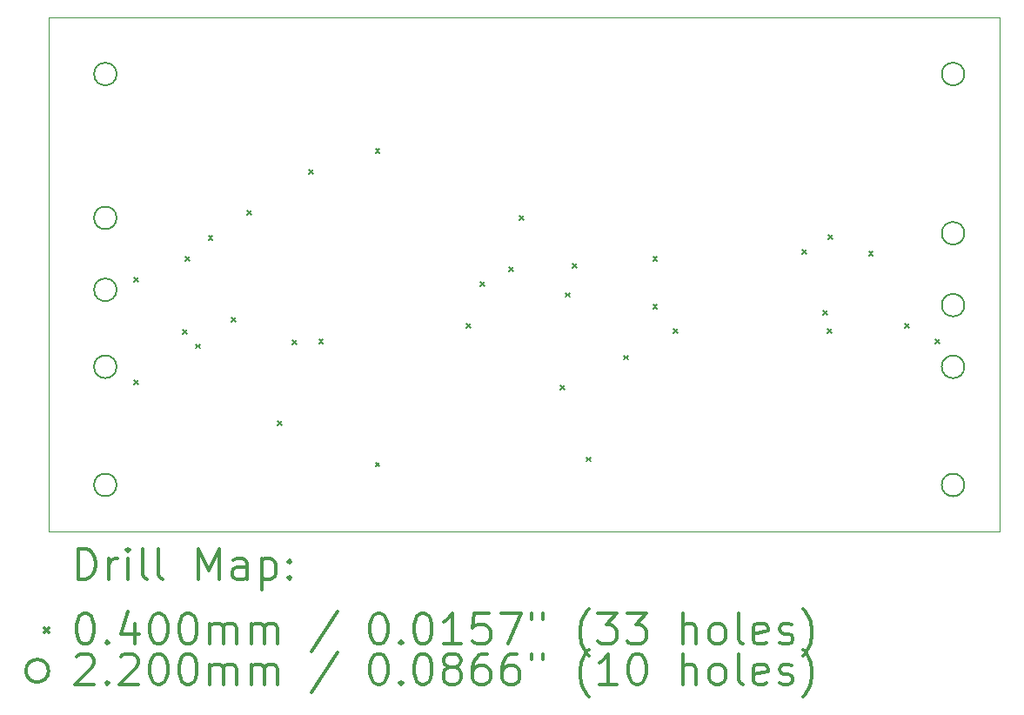
<source format=gbr>
%FSLAX45Y45*%
G04 Gerber Fmt 4.5, Leading zero omitted, Abs format (unit mm)*
G04 Created by KiCad (PCBNEW 5.1.10) date 2021-07-17 21:09:17*
%MOMM*%
%LPD*%
G01*
G04 APERTURE LIST*
%TA.AperFunction,Profile*%
%ADD10C,0.050000*%
%TD*%
%ADD11C,0.200000*%
%ADD12C,0.300000*%
G04 APERTURE END LIST*
D10*
X3500000Y-8250000D02*
X3500000Y-3250000D01*
X12750000Y-8250000D02*
X3500000Y-8250000D01*
X12750000Y-3250000D02*
X12750000Y-8250000D01*
X3500000Y-3250000D02*
X12750000Y-3250000D01*
D11*
X4330000Y-5780000D02*
X4370000Y-5820000D01*
X4370000Y-5780000D02*
X4330000Y-5820000D01*
X4330000Y-6780000D02*
X4370000Y-6820000D01*
X4370000Y-6780000D02*
X4330000Y-6820000D01*
X4802500Y-6292520D02*
X4842500Y-6332520D01*
X4842500Y-6292520D02*
X4802500Y-6332520D01*
X4830000Y-5580000D02*
X4870000Y-5620000D01*
X4870000Y-5580000D02*
X4830000Y-5620000D01*
X4930000Y-6430000D02*
X4970000Y-6470000D01*
X4970000Y-6430000D02*
X4930000Y-6470000D01*
X5055190Y-5376960D02*
X5095190Y-5416960D01*
X5095190Y-5376960D02*
X5055190Y-5416960D01*
X5276400Y-6172840D02*
X5316400Y-6212840D01*
X5316400Y-6172840D02*
X5276400Y-6212840D01*
X5430000Y-5130000D02*
X5470000Y-5170000D01*
X5470000Y-5130000D02*
X5430000Y-5170000D01*
X5730000Y-7180000D02*
X5770000Y-7220000D01*
X5770000Y-7180000D02*
X5730000Y-7220000D01*
X5869180Y-6390830D02*
X5909180Y-6430830D01*
X5909180Y-6390830D02*
X5869180Y-6430830D01*
X6030000Y-4730000D02*
X6070000Y-4770000D01*
X6070000Y-4730000D02*
X6030000Y-4770000D01*
X6130000Y-6380000D02*
X6170000Y-6420000D01*
X6170000Y-6380000D02*
X6130000Y-6420000D01*
X6680000Y-4530000D02*
X6720000Y-4570000D01*
X6720000Y-4530000D02*
X6680000Y-4570000D01*
X6680000Y-7580000D02*
X6720000Y-7620000D01*
X6720000Y-7580000D02*
X6680000Y-7620000D01*
X7567130Y-6231080D02*
X7607130Y-6271080D01*
X7607130Y-6231080D02*
X7567130Y-6271080D01*
X7699040Y-5825560D02*
X7739040Y-5865560D01*
X7739040Y-5825560D02*
X7699040Y-5865560D01*
X7980000Y-5680000D02*
X8020000Y-5720000D01*
X8020000Y-5680000D02*
X7980000Y-5720000D01*
X8080000Y-5180000D02*
X8120000Y-5220000D01*
X8120000Y-5180000D02*
X8080000Y-5220000D01*
X8480000Y-6830000D02*
X8520000Y-6870000D01*
X8520000Y-6830000D02*
X8480000Y-6870000D01*
X8530000Y-5930000D02*
X8570000Y-5970000D01*
X8570000Y-5930000D02*
X8530000Y-5970000D01*
X8598100Y-5649160D02*
X8638100Y-5689160D01*
X8638100Y-5649160D02*
X8598100Y-5689160D01*
X8730000Y-7530000D02*
X8770000Y-7570000D01*
X8770000Y-7530000D02*
X8730000Y-7570000D01*
X9095440Y-6538680D02*
X9135440Y-6578680D01*
X9135440Y-6538680D02*
X9095440Y-6578680D01*
X9380000Y-5580000D02*
X9420000Y-5620000D01*
X9420000Y-5580000D02*
X9380000Y-5620000D01*
X9380000Y-6042490D02*
X9420000Y-6082490D01*
X9420000Y-6042490D02*
X9380000Y-6082490D01*
X9580000Y-6280000D02*
X9620000Y-6320000D01*
X9620000Y-6280000D02*
X9580000Y-6320000D01*
X10829920Y-5510230D02*
X10869920Y-5550230D01*
X10869920Y-5510230D02*
X10829920Y-5550230D01*
X11037200Y-6101650D02*
X11077200Y-6141650D01*
X11077200Y-6101650D02*
X11037200Y-6141650D01*
X11080000Y-6280000D02*
X11120000Y-6320000D01*
X11120000Y-6280000D02*
X11080000Y-6320000D01*
X11086170Y-5364960D02*
X11126170Y-5404960D01*
X11126170Y-5364960D02*
X11086170Y-5404960D01*
X11480000Y-5530000D02*
X11520000Y-5570000D01*
X11520000Y-5530000D02*
X11480000Y-5570000D01*
X11830000Y-6230000D02*
X11870000Y-6270000D01*
X11870000Y-6230000D02*
X11830000Y-6270000D01*
X12130000Y-6380000D02*
X12170000Y-6420000D01*
X12170000Y-6380000D02*
X12130000Y-6420000D01*
X4160000Y-3800000D02*
G75*
G03*
X4160000Y-3800000I-110000J0D01*
G01*
X4160000Y-5200000D02*
G75*
G03*
X4160000Y-5200000I-110000J0D01*
G01*
X4160000Y-5900000D02*
G75*
G03*
X4160000Y-5900000I-110000J0D01*
G01*
X4160000Y-6650000D02*
G75*
G03*
X4160000Y-6650000I-110000J0D01*
G01*
X4160000Y-7800000D02*
G75*
G03*
X4160000Y-7800000I-110000J0D01*
G01*
X12410000Y-3800000D02*
G75*
G03*
X12410000Y-3800000I-110000J0D01*
G01*
X12410000Y-5350000D02*
G75*
G03*
X12410000Y-5350000I-110000J0D01*
G01*
X12410000Y-6050000D02*
G75*
G03*
X12410000Y-6050000I-110000J0D01*
G01*
X12410000Y-6650000D02*
G75*
G03*
X12410000Y-6650000I-110000J0D01*
G01*
X12410000Y-7800000D02*
G75*
G03*
X12410000Y-7800000I-110000J0D01*
G01*
D12*
X3783928Y-8718214D02*
X3783928Y-8418214D01*
X3855357Y-8418214D01*
X3898214Y-8432500D01*
X3926786Y-8461072D01*
X3941071Y-8489643D01*
X3955357Y-8546786D01*
X3955357Y-8589643D01*
X3941071Y-8646786D01*
X3926786Y-8675357D01*
X3898214Y-8703929D01*
X3855357Y-8718214D01*
X3783928Y-8718214D01*
X4083928Y-8718214D02*
X4083928Y-8518214D01*
X4083928Y-8575357D02*
X4098214Y-8546786D01*
X4112500Y-8532500D01*
X4141071Y-8518214D01*
X4169643Y-8518214D01*
X4269643Y-8718214D02*
X4269643Y-8518214D01*
X4269643Y-8418214D02*
X4255357Y-8432500D01*
X4269643Y-8446786D01*
X4283928Y-8432500D01*
X4269643Y-8418214D01*
X4269643Y-8446786D01*
X4455357Y-8718214D02*
X4426786Y-8703929D01*
X4412500Y-8675357D01*
X4412500Y-8418214D01*
X4612500Y-8718214D02*
X4583928Y-8703929D01*
X4569643Y-8675357D01*
X4569643Y-8418214D01*
X4955357Y-8718214D02*
X4955357Y-8418214D01*
X5055357Y-8632500D01*
X5155357Y-8418214D01*
X5155357Y-8718214D01*
X5426786Y-8718214D02*
X5426786Y-8561072D01*
X5412500Y-8532500D01*
X5383928Y-8518214D01*
X5326786Y-8518214D01*
X5298214Y-8532500D01*
X5426786Y-8703929D02*
X5398214Y-8718214D01*
X5326786Y-8718214D01*
X5298214Y-8703929D01*
X5283928Y-8675357D01*
X5283928Y-8646786D01*
X5298214Y-8618214D01*
X5326786Y-8603929D01*
X5398214Y-8603929D01*
X5426786Y-8589643D01*
X5569643Y-8518214D02*
X5569643Y-8818214D01*
X5569643Y-8532500D02*
X5598214Y-8518214D01*
X5655357Y-8518214D01*
X5683928Y-8532500D01*
X5698214Y-8546786D01*
X5712500Y-8575357D01*
X5712500Y-8661072D01*
X5698214Y-8689643D01*
X5683928Y-8703929D01*
X5655357Y-8718214D01*
X5598214Y-8718214D01*
X5569643Y-8703929D01*
X5841071Y-8689643D02*
X5855357Y-8703929D01*
X5841071Y-8718214D01*
X5826786Y-8703929D01*
X5841071Y-8689643D01*
X5841071Y-8718214D01*
X5841071Y-8532500D02*
X5855357Y-8546786D01*
X5841071Y-8561072D01*
X5826786Y-8546786D01*
X5841071Y-8532500D01*
X5841071Y-8561072D01*
X3457500Y-9192500D02*
X3497500Y-9232500D01*
X3497500Y-9192500D02*
X3457500Y-9232500D01*
X3841071Y-9048214D02*
X3869643Y-9048214D01*
X3898214Y-9062500D01*
X3912500Y-9076786D01*
X3926786Y-9105357D01*
X3941071Y-9162500D01*
X3941071Y-9233929D01*
X3926786Y-9291072D01*
X3912500Y-9319643D01*
X3898214Y-9333929D01*
X3869643Y-9348214D01*
X3841071Y-9348214D01*
X3812500Y-9333929D01*
X3798214Y-9319643D01*
X3783928Y-9291072D01*
X3769643Y-9233929D01*
X3769643Y-9162500D01*
X3783928Y-9105357D01*
X3798214Y-9076786D01*
X3812500Y-9062500D01*
X3841071Y-9048214D01*
X4069643Y-9319643D02*
X4083928Y-9333929D01*
X4069643Y-9348214D01*
X4055357Y-9333929D01*
X4069643Y-9319643D01*
X4069643Y-9348214D01*
X4341071Y-9148214D02*
X4341071Y-9348214D01*
X4269643Y-9033929D02*
X4198214Y-9248214D01*
X4383928Y-9248214D01*
X4555357Y-9048214D02*
X4583928Y-9048214D01*
X4612500Y-9062500D01*
X4626786Y-9076786D01*
X4641071Y-9105357D01*
X4655357Y-9162500D01*
X4655357Y-9233929D01*
X4641071Y-9291072D01*
X4626786Y-9319643D01*
X4612500Y-9333929D01*
X4583928Y-9348214D01*
X4555357Y-9348214D01*
X4526786Y-9333929D01*
X4512500Y-9319643D01*
X4498214Y-9291072D01*
X4483928Y-9233929D01*
X4483928Y-9162500D01*
X4498214Y-9105357D01*
X4512500Y-9076786D01*
X4526786Y-9062500D01*
X4555357Y-9048214D01*
X4841071Y-9048214D02*
X4869643Y-9048214D01*
X4898214Y-9062500D01*
X4912500Y-9076786D01*
X4926786Y-9105357D01*
X4941071Y-9162500D01*
X4941071Y-9233929D01*
X4926786Y-9291072D01*
X4912500Y-9319643D01*
X4898214Y-9333929D01*
X4869643Y-9348214D01*
X4841071Y-9348214D01*
X4812500Y-9333929D01*
X4798214Y-9319643D01*
X4783928Y-9291072D01*
X4769643Y-9233929D01*
X4769643Y-9162500D01*
X4783928Y-9105357D01*
X4798214Y-9076786D01*
X4812500Y-9062500D01*
X4841071Y-9048214D01*
X5069643Y-9348214D02*
X5069643Y-9148214D01*
X5069643Y-9176786D02*
X5083928Y-9162500D01*
X5112500Y-9148214D01*
X5155357Y-9148214D01*
X5183928Y-9162500D01*
X5198214Y-9191072D01*
X5198214Y-9348214D01*
X5198214Y-9191072D02*
X5212500Y-9162500D01*
X5241071Y-9148214D01*
X5283928Y-9148214D01*
X5312500Y-9162500D01*
X5326786Y-9191072D01*
X5326786Y-9348214D01*
X5469643Y-9348214D02*
X5469643Y-9148214D01*
X5469643Y-9176786D02*
X5483928Y-9162500D01*
X5512500Y-9148214D01*
X5555357Y-9148214D01*
X5583928Y-9162500D01*
X5598214Y-9191072D01*
X5598214Y-9348214D01*
X5598214Y-9191072D02*
X5612500Y-9162500D01*
X5641071Y-9148214D01*
X5683928Y-9148214D01*
X5712500Y-9162500D01*
X5726786Y-9191072D01*
X5726786Y-9348214D01*
X6312500Y-9033929D02*
X6055357Y-9419643D01*
X6698214Y-9048214D02*
X6726786Y-9048214D01*
X6755357Y-9062500D01*
X6769643Y-9076786D01*
X6783928Y-9105357D01*
X6798214Y-9162500D01*
X6798214Y-9233929D01*
X6783928Y-9291072D01*
X6769643Y-9319643D01*
X6755357Y-9333929D01*
X6726786Y-9348214D01*
X6698214Y-9348214D01*
X6669643Y-9333929D01*
X6655357Y-9319643D01*
X6641071Y-9291072D01*
X6626786Y-9233929D01*
X6626786Y-9162500D01*
X6641071Y-9105357D01*
X6655357Y-9076786D01*
X6669643Y-9062500D01*
X6698214Y-9048214D01*
X6926786Y-9319643D02*
X6941071Y-9333929D01*
X6926786Y-9348214D01*
X6912500Y-9333929D01*
X6926786Y-9319643D01*
X6926786Y-9348214D01*
X7126786Y-9048214D02*
X7155357Y-9048214D01*
X7183928Y-9062500D01*
X7198214Y-9076786D01*
X7212500Y-9105357D01*
X7226786Y-9162500D01*
X7226786Y-9233929D01*
X7212500Y-9291072D01*
X7198214Y-9319643D01*
X7183928Y-9333929D01*
X7155357Y-9348214D01*
X7126786Y-9348214D01*
X7098214Y-9333929D01*
X7083928Y-9319643D01*
X7069643Y-9291072D01*
X7055357Y-9233929D01*
X7055357Y-9162500D01*
X7069643Y-9105357D01*
X7083928Y-9076786D01*
X7098214Y-9062500D01*
X7126786Y-9048214D01*
X7512500Y-9348214D02*
X7341071Y-9348214D01*
X7426786Y-9348214D02*
X7426786Y-9048214D01*
X7398214Y-9091072D01*
X7369643Y-9119643D01*
X7341071Y-9133929D01*
X7783928Y-9048214D02*
X7641071Y-9048214D01*
X7626786Y-9191072D01*
X7641071Y-9176786D01*
X7669643Y-9162500D01*
X7741071Y-9162500D01*
X7769643Y-9176786D01*
X7783928Y-9191072D01*
X7798214Y-9219643D01*
X7798214Y-9291072D01*
X7783928Y-9319643D01*
X7769643Y-9333929D01*
X7741071Y-9348214D01*
X7669643Y-9348214D01*
X7641071Y-9333929D01*
X7626786Y-9319643D01*
X7898214Y-9048214D02*
X8098214Y-9048214D01*
X7969643Y-9348214D01*
X8198214Y-9048214D02*
X8198214Y-9105357D01*
X8312500Y-9048214D02*
X8312500Y-9105357D01*
X8755357Y-9462500D02*
X8741071Y-9448214D01*
X8712500Y-9405357D01*
X8698214Y-9376786D01*
X8683928Y-9333929D01*
X8669643Y-9262500D01*
X8669643Y-9205357D01*
X8683928Y-9133929D01*
X8698214Y-9091072D01*
X8712500Y-9062500D01*
X8741071Y-9019643D01*
X8755357Y-9005357D01*
X8841071Y-9048214D02*
X9026786Y-9048214D01*
X8926786Y-9162500D01*
X8969643Y-9162500D01*
X8998214Y-9176786D01*
X9012500Y-9191072D01*
X9026786Y-9219643D01*
X9026786Y-9291072D01*
X9012500Y-9319643D01*
X8998214Y-9333929D01*
X8969643Y-9348214D01*
X8883928Y-9348214D01*
X8855357Y-9333929D01*
X8841071Y-9319643D01*
X9126786Y-9048214D02*
X9312500Y-9048214D01*
X9212500Y-9162500D01*
X9255357Y-9162500D01*
X9283928Y-9176786D01*
X9298214Y-9191072D01*
X9312500Y-9219643D01*
X9312500Y-9291072D01*
X9298214Y-9319643D01*
X9283928Y-9333929D01*
X9255357Y-9348214D01*
X9169643Y-9348214D01*
X9141071Y-9333929D01*
X9126786Y-9319643D01*
X9669643Y-9348214D02*
X9669643Y-9048214D01*
X9798214Y-9348214D02*
X9798214Y-9191072D01*
X9783928Y-9162500D01*
X9755357Y-9148214D01*
X9712500Y-9148214D01*
X9683928Y-9162500D01*
X9669643Y-9176786D01*
X9983928Y-9348214D02*
X9955357Y-9333929D01*
X9941071Y-9319643D01*
X9926786Y-9291072D01*
X9926786Y-9205357D01*
X9941071Y-9176786D01*
X9955357Y-9162500D01*
X9983928Y-9148214D01*
X10026786Y-9148214D01*
X10055357Y-9162500D01*
X10069643Y-9176786D01*
X10083928Y-9205357D01*
X10083928Y-9291072D01*
X10069643Y-9319643D01*
X10055357Y-9333929D01*
X10026786Y-9348214D01*
X9983928Y-9348214D01*
X10255357Y-9348214D02*
X10226786Y-9333929D01*
X10212500Y-9305357D01*
X10212500Y-9048214D01*
X10483928Y-9333929D02*
X10455357Y-9348214D01*
X10398214Y-9348214D01*
X10369643Y-9333929D01*
X10355357Y-9305357D01*
X10355357Y-9191072D01*
X10369643Y-9162500D01*
X10398214Y-9148214D01*
X10455357Y-9148214D01*
X10483928Y-9162500D01*
X10498214Y-9191072D01*
X10498214Y-9219643D01*
X10355357Y-9248214D01*
X10612500Y-9333929D02*
X10641071Y-9348214D01*
X10698214Y-9348214D01*
X10726786Y-9333929D01*
X10741071Y-9305357D01*
X10741071Y-9291072D01*
X10726786Y-9262500D01*
X10698214Y-9248214D01*
X10655357Y-9248214D01*
X10626786Y-9233929D01*
X10612500Y-9205357D01*
X10612500Y-9191072D01*
X10626786Y-9162500D01*
X10655357Y-9148214D01*
X10698214Y-9148214D01*
X10726786Y-9162500D01*
X10841071Y-9462500D02*
X10855357Y-9448214D01*
X10883928Y-9405357D01*
X10898214Y-9376786D01*
X10912500Y-9333929D01*
X10926786Y-9262500D01*
X10926786Y-9205357D01*
X10912500Y-9133929D01*
X10898214Y-9091072D01*
X10883928Y-9062500D01*
X10855357Y-9019643D01*
X10841071Y-9005357D01*
X3497500Y-9608500D02*
G75*
G03*
X3497500Y-9608500I-110000J0D01*
G01*
X3769643Y-9472786D02*
X3783928Y-9458500D01*
X3812500Y-9444214D01*
X3883928Y-9444214D01*
X3912500Y-9458500D01*
X3926786Y-9472786D01*
X3941071Y-9501357D01*
X3941071Y-9529929D01*
X3926786Y-9572786D01*
X3755357Y-9744214D01*
X3941071Y-9744214D01*
X4069643Y-9715643D02*
X4083928Y-9729929D01*
X4069643Y-9744214D01*
X4055357Y-9729929D01*
X4069643Y-9715643D01*
X4069643Y-9744214D01*
X4198214Y-9472786D02*
X4212500Y-9458500D01*
X4241071Y-9444214D01*
X4312500Y-9444214D01*
X4341071Y-9458500D01*
X4355357Y-9472786D01*
X4369643Y-9501357D01*
X4369643Y-9529929D01*
X4355357Y-9572786D01*
X4183928Y-9744214D01*
X4369643Y-9744214D01*
X4555357Y-9444214D02*
X4583928Y-9444214D01*
X4612500Y-9458500D01*
X4626786Y-9472786D01*
X4641071Y-9501357D01*
X4655357Y-9558500D01*
X4655357Y-9629929D01*
X4641071Y-9687072D01*
X4626786Y-9715643D01*
X4612500Y-9729929D01*
X4583928Y-9744214D01*
X4555357Y-9744214D01*
X4526786Y-9729929D01*
X4512500Y-9715643D01*
X4498214Y-9687072D01*
X4483928Y-9629929D01*
X4483928Y-9558500D01*
X4498214Y-9501357D01*
X4512500Y-9472786D01*
X4526786Y-9458500D01*
X4555357Y-9444214D01*
X4841071Y-9444214D02*
X4869643Y-9444214D01*
X4898214Y-9458500D01*
X4912500Y-9472786D01*
X4926786Y-9501357D01*
X4941071Y-9558500D01*
X4941071Y-9629929D01*
X4926786Y-9687072D01*
X4912500Y-9715643D01*
X4898214Y-9729929D01*
X4869643Y-9744214D01*
X4841071Y-9744214D01*
X4812500Y-9729929D01*
X4798214Y-9715643D01*
X4783928Y-9687072D01*
X4769643Y-9629929D01*
X4769643Y-9558500D01*
X4783928Y-9501357D01*
X4798214Y-9472786D01*
X4812500Y-9458500D01*
X4841071Y-9444214D01*
X5069643Y-9744214D02*
X5069643Y-9544214D01*
X5069643Y-9572786D02*
X5083928Y-9558500D01*
X5112500Y-9544214D01*
X5155357Y-9544214D01*
X5183928Y-9558500D01*
X5198214Y-9587072D01*
X5198214Y-9744214D01*
X5198214Y-9587072D02*
X5212500Y-9558500D01*
X5241071Y-9544214D01*
X5283928Y-9544214D01*
X5312500Y-9558500D01*
X5326786Y-9587072D01*
X5326786Y-9744214D01*
X5469643Y-9744214D02*
X5469643Y-9544214D01*
X5469643Y-9572786D02*
X5483928Y-9558500D01*
X5512500Y-9544214D01*
X5555357Y-9544214D01*
X5583928Y-9558500D01*
X5598214Y-9587072D01*
X5598214Y-9744214D01*
X5598214Y-9587072D02*
X5612500Y-9558500D01*
X5641071Y-9544214D01*
X5683928Y-9544214D01*
X5712500Y-9558500D01*
X5726786Y-9587072D01*
X5726786Y-9744214D01*
X6312500Y-9429929D02*
X6055357Y-9815643D01*
X6698214Y-9444214D02*
X6726786Y-9444214D01*
X6755357Y-9458500D01*
X6769643Y-9472786D01*
X6783928Y-9501357D01*
X6798214Y-9558500D01*
X6798214Y-9629929D01*
X6783928Y-9687072D01*
X6769643Y-9715643D01*
X6755357Y-9729929D01*
X6726786Y-9744214D01*
X6698214Y-9744214D01*
X6669643Y-9729929D01*
X6655357Y-9715643D01*
X6641071Y-9687072D01*
X6626786Y-9629929D01*
X6626786Y-9558500D01*
X6641071Y-9501357D01*
X6655357Y-9472786D01*
X6669643Y-9458500D01*
X6698214Y-9444214D01*
X6926786Y-9715643D02*
X6941071Y-9729929D01*
X6926786Y-9744214D01*
X6912500Y-9729929D01*
X6926786Y-9715643D01*
X6926786Y-9744214D01*
X7126786Y-9444214D02*
X7155357Y-9444214D01*
X7183928Y-9458500D01*
X7198214Y-9472786D01*
X7212500Y-9501357D01*
X7226786Y-9558500D01*
X7226786Y-9629929D01*
X7212500Y-9687072D01*
X7198214Y-9715643D01*
X7183928Y-9729929D01*
X7155357Y-9744214D01*
X7126786Y-9744214D01*
X7098214Y-9729929D01*
X7083928Y-9715643D01*
X7069643Y-9687072D01*
X7055357Y-9629929D01*
X7055357Y-9558500D01*
X7069643Y-9501357D01*
X7083928Y-9472786D01*
X7098214Y-9458500D01*
X7126786Y-9444214D01*
X7398214Y-9572786D02*
X7369643Y-9558500D01*
X7355357Y-9544214D01*
X7341071Y-9515643D01*
X7341071Y-9501357D01*
X7355357Y-9472786D01*
X7369643Y-9458500D01*
X7398214Y-9444214D01*
X7455357Y-9444214D01*
X7483928Y-9458500D01*
X7498214Y-9472786D01*
X7512500Y-9501357D01*
X7512500Y-9515643D01*
X7498214Y-9544214D01*
X7483928Y-9558500D01*
X7455357Y-9572786D01*
X7398214Y-9572786D01*
X7369643Y-9587072D01*
X7355357Y-9601357D01*
X7341071Y-9629929D01*
X7341071Y-9687072D01*
X7355357Y-9715643D01*
X7369643Y-9729929D01*
X7398214Y-9744214D01*
X7455357Y-9744214D01*
X7483928Y-9729929D01*
X7498214Y-9715643D01*
X7512500Y-9687072D01*
X7512500Y-9629929D01*
X7498214Y-9601357D01*
X7483928Y-9587072D01*
X7455357Y-9572786D01*
X7769643Y-9444214D02*
X7712500Y-9444214D01*
X7683928Y-9458500D01*
X7669643Y-9472786D01*
X7641071Y-9515643D01*
X7626786Y-9572786D01*
X7626786Y-9687072D01*
X7641071Y-9715643D01*
X7655357Y-9729929D01*
X7683928Y-9744214D01*
X7741071Y-9744214D01*
X7769643Y-9729929D01*
X7783928Y-9715643D01*
X7798214Y-9687072D01*
X7798214Y-9615643D01*
X7783928Y-9587072D01*
X7769643Y-9572786D01*
X7741071Y-9558500D01*
X7683928Y-9558500D01*
X7655357Y-9572786D01*
X7641071Y-9587072D01*
X7626786Y-9615643D01*
X8055357Y-9444214D02*
X7998214Y-9444214D01*
X7969643Y-9458500D01*
X7955357Y-9472786D01*
X7926786Y-9515643D01*
X7912500Y-9572786D01*
X7912500Y-9687072D01*
X7926786Y-9715643D01*
X7941071Y-9729929D01*
X7969643Y-9744214D01*
X8026786Y-9744214D01*
X8055357Y-9729929D01*
X8069643Y-9715643D01*
X8083928Y-9687072D01*
X8083928Y-9615643D01*
X8069643Y-9587072D01*
X8055357Y-9572786D01*
X8026786Y-9558500D01*
X7969643Y-9558500D01*
X7941071Y-9572786D01*
X7926786Y-9587072D01*
X7912500Y-9615643D01*
X8198214Y-9444214D02*
X8198214Y-9501357D01*
X8312500Y-9444214D02*
X8312500Y-9501357D01*
X8755357Y-9858500D02*
X8741071Y-9844214D01*
X8712500Y-9801357D01*
X8698214Y-9772786D01*
X8683928Y-9729929D01*
X8669643Y-9658500D01*
X8669643Y-9601357D01*
X8683928Y-9529929D01*
X8698214Y-9487072D01*
X8712500Y-9458500D01*
X8741071Y-9415643D01*
X8755357Y-9401357D01*
X9026786Y-9744214D02*
X8855357Y-9744214D01*
X8941071Y-9744214D02*
X8941071Y-9444214D01*
X8912500Y-9487072D01*
X8883928Y-9515643D01*
X8855357Y-9529929D01*
X9212500Y-9444214D02*
X9241071Y-9444214D01*
X9269643Y-9458500D01*
X9283928Y-9472786D01*
X9298214Y-9501357D01*
X9312500Y-9558500D01*
X9312500Y-9629929D01*
X9298214Y-9687072D01*
X9283928Y-9715643D01*
X9269643Y-9729929D01*
X9241071Y-9744214D01*
X9212500Y-9744214D01*
X9183928Y-9729929D01*
X9169643Y-9715643D01*
X9155357Y-9687072D01*
X9141071Y-9629929D01*
X9141071Y-9558500D01*
X9155357Y-9501357D01*
X9169643Y-9472786D01*
X9183928Y-9458500D01*
X9212500Y-9444214D01*
X9669643Y-9744214D02*
X9669643Y-9444214D01*
X9798214Y-9744214D02*
X9798214Y-9587072D01*
X9783928Y-9558500D01*
X9755357Y-9544214D01*
X9712500Y-9544214D01*
X9683928Y-9558500D01*
X9669643Y-9572786D01*
X9983928Y-9744214D02*
X9955357Y-9729929D01*
X9941071Y-9715643D01*
X9926786Y-9687072D01*
X9926786Y-9601357D01*
X9941071Y-9572786D01*
X9955357Y-9558500D01*
X9983928Y-9544214D01*
X10026786Y-9544214D01*
X10055357Y-9558500D01*
X10069643Y-9572786D01*
X10083928Y-9601357D01*
X10083928Y-9687072D01*
X10069643Y-9715643D01*
X10055357Y-9729929D01*
X10026786Y-9744214D01*
X9983928Y-9744214D01*
X10255357Y-9744214D02*
X10226786Y-9729929D01*
X10212500Y-9701357D01*
X10212500Y-9444214D01*
X10483928Y-9729929D02*
X10455357Y-9744214D01*
X10398214Y-9744214D01*
X10369643Y-9729929D01*
X10355357Y-9701357D01*
X10355357Y-9587072D01*
X10369643Y-9558500D01*
X10398214Y-9544214D01*
X10455357Y-9544214D01*
X10483928Y-9558500D01*
X10498214Y-9587072D01*
X10498214Y-9615643D01*
X10355357Y-9644214D01*
X10612500Y-9729929D02*
X10641071Y-9744214D01*
X10698214Y-9744214D01*
X10726786Y-9729929D01*
X10741071Y-9701357D01*
X10741071Y-9687072D01*
X10726786Y-9658500D01*
X10698214Y-9644214D01*
X10655357Y-9644214D01*
X10626786Y-9629929D01*
X10612500Y-9601357D01*
X10612500Y-9587072D01*
X10626786Y-9558500D01*
X10655357Y-9544214D01*
X10698214Y-9544214D01*
X10726786Y-9558500D01*
X10841071Y-9858500D02*
X10855357Y-9844214D01*
X10883928Y-9801357D01*
X10898214Y-9772786D01*
X10912500Y-9729929D01*
X10926786Y-9658500D01*
X10926786Y-9601357D01*
X10912500Y-9529929D01*
X10898214Y-9487072D01*
X10883928Y-9458500D01*
X10855357Y-9415643D01*
X10841071Y-9401357D01*
M02*

</source>
